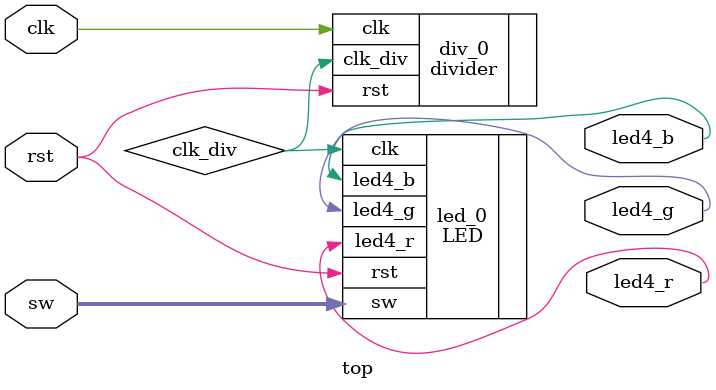
<source format=v>
module top(
    input   clk   ,
    input   rst   ,
    input   [1:0] sw  ,
    output  led4_b ,
    output  led4_g ,
    output  led4_r
    );
    
    wire    clk_div ;
    
    LED led_0(
    .clk    (clk_div),
    .rst    (rst),
    .sw     (sw),
    .led4_b (led4_b),
    .led4_g (led4_g),
    .led4_r (led4_r)
    );
    
    divider div_0(
    .clk    (clk),
    .rst    (rst),
    .clk_div    (clk_div)
    );
    
endmodule

</source>
